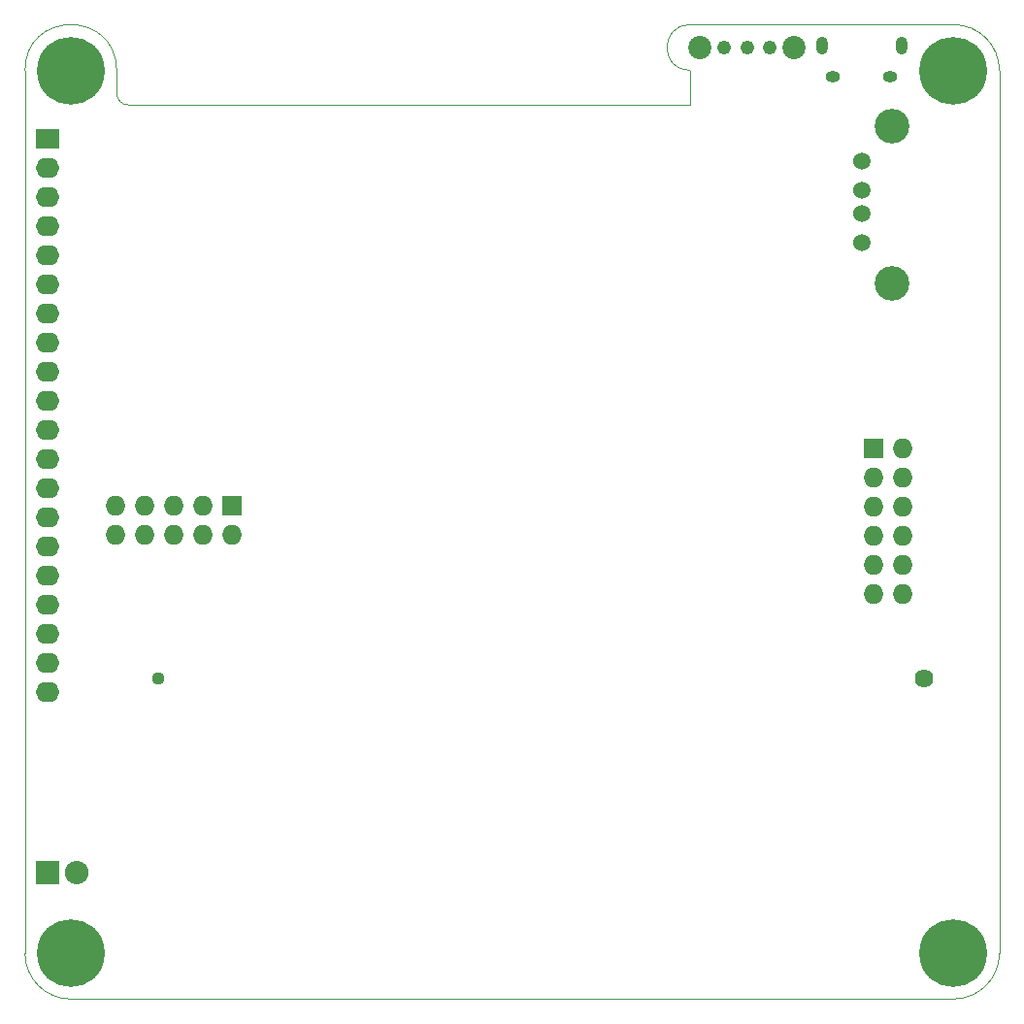
<source format=gbs>
G04 #@! TF.FileFunction,Soldermask,Bot*
%FSLAX46Y46*%
G04 Gerber Fmt 4.6, Leading zero omitted, Abs format (unit mm)*
G04 Created by KiCad (PCBNEW 4.0.3-stable) date 08/27/16 14:45:10*
%MOMM*%
%LPD*%
G01*
G04 APERTURE LIST*
%ADD10C,0.100000*%
%ADD11C,1.620000*%
%ADD12C,1.120000*%
%ADD13O,1.270000X0.970000*%
%ADD14O,1.020000X1.570000*%
%ADD15R,2.052000X2.052000*%
%ADD16O,2.052000X2.052000*%
%ADD17R,1.747200X1.747200*%
%ADD18O,1.747200X1.747200*%
%ADD19C,1.521140*%
%ADD20C,3.019740*%
%ADD21C,1.220000*%
%ADD22C,2.020000*%
%ADD23R,2.052000X1.747200*%
%ADD24O,2.052000X1.747200*%
%ADD25C,5.900000*%
G04 APERTURE END LIST*
D10*
X73000000Y-189000000D02*
X73000000Y-112000000D01*
X73000000Y-189000000D02*
G75*
G03X77000000Y-193000000I4000000J0D01*
G01*
X154000000Y-193000000D02*
X77000000Y-193000000D01*
X154000000Y-193000000D02*
G75*
G03X158000000Y-189000000I0J4000000D01*
G01*
X158000000Y-112000000D02*
X158000000Y-189000000D01*
X158000000Y-112000000D02*
G75*
G03X154000000Y-108000000I-4000000J0D01*
G01*
X131000000Y-108000000D02*
X154000000Y-108000000D01*
X131000000Y-115000000D02*
X131000000Y-112000000D01*
X131000000Y-108000000D02*
G75*
G03X131000000Y-112000000I0J-2000000D01*
G01*
X82000000Y-115000000D02*
X131000000Y-115000000D01*
X81000000Y-114000000D02*
G75*
G03X82000000Y-115000000I1000000J0D01*
G01*
X81000000Y-112000000D02*
X81000000Y-114000000D01*
X81000000Y-112000000D02*
G75*
G03X73000000Y-112000000I-4000000J0D01*
G01*
D11*
X151400000Y-165000000D03*
D12*
X84600000Y-165000000D03*
D13*
X148500900Y-112562540D03*
X143500900Y-112562540D03*
D14*
X149500900Y-109862540D03*
X142500900Y-109862540D03*
D15*
X75000000Y-182000000D03*
D16*
X77540000Y-182000000D03*
D17*
X91080000Y-150000000D03*
D18*
X91080000Y-152540000D03*
X88540000Y-150000000D03*
X88540000Y-152540000D03*
X86000000Y-150000000D03*
X86000000Y-152540000D03*
X83460000Y-150000000D03*
X83460000Y-152540000D03*
X80920000Y-150000000D03*
X80920000Y-152540000D03*
D19*
X145997880Y-119887140D03*
X145997880Y-122427140D03*
X145997880Y-124459140D03*
X145997880Y-126999140D03*
D20*
X148664880Y-116839140D03*
X148664880Y-130555140D03*
D17*
X147000000Y-145000000D03*
D18*
X149540000Y-145000000D03*
X147000000Y-147540000D03*
X149540000Y-147540000D03*
X147000000Y-150080000D03*
X149540000Y-150080000D03*
X147000000Y-152620000D03*
X149540000Y-152620000D03*
X147000000Y-155160000D03*
X149540000Y-155160000D03*
X147000000Y-157700000D03*
X149540000Y-157700000D03*
D21*
X138000000Y-110000000D03*
X136000000Y-110000000D03*
X134000000Y-110000000D03*
D22*
X140100000Y-110000000D03*
X131900000Y-110000000D03*
D23*
X75000000Y-118000000D03*
D24*
X75000000Y-120540000D03*
X75000000Y-123080000D03*
X75000000Y-125620000D03*
X75000000Y-128160000D03*
X75000000Y-130700000D03*
X75000000Y-133240000D03*
X75000000Y-135780000D03*
X75000000Y-138320000D03*
X75000000Y-140860000D03*
X75000000Y-143400000D03*
X75000000Y-145940000D03*
X75000000Y-148480000D03*
X75000000Y-151020000D03*
X75000000Y-153560000D03*
X75000000Y-156100000D03*
X75000000Y-158640000D03*
X75000000Y-161180000D03*
X75000000Y-163720000D03*
X75000000Y-166260000D03*
D25*
X154000000Y-112000000D03*
X77000000Y-189000000D03*
X154000000Y-189000000D03*
X77000000Y-112000000D03*
M02*

</source>
